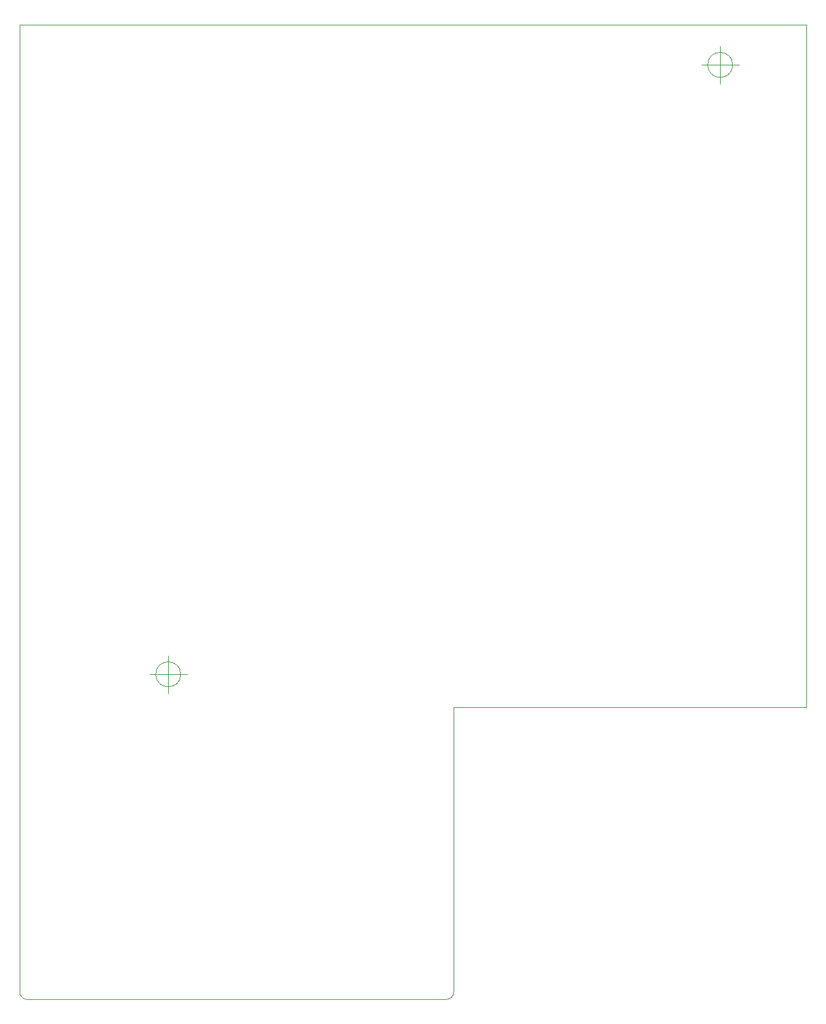
<source format=gbr>
G04 #@! TF.GenerationSoftware,KiCad,Pcbnew,(5.1.5)-3*
G04 #@! TF.CreationDate,2020-07-22T19:22:01-04:00*
G04 #@! TF.ProjectId,c64-cpm-true,6336342d-6370-46d2-9d74-7275652e6b69,B*
G04 #@! TF.SameCoordinates,Original*
G04 #@! TF.FileFunction,Profile,NP*
%FSLAX46Y46*%
G04 Gerber Fmt 4.6, Leading zero omitted, Abs format (unit mm)*
G04 Created by KiCad (PCBNEW (5.1.5)-3) date 2020-07-22 19:22:01*
%MOMM*%
%LPD*%
G04 APERTURE LIST*
%ADD10C,0.050000*%
%ADD11C,0.025400*%
G04 APERTURE END LIST*
D10*
X159146666Y-50800000D02*
G75*
G03X159146666Y-50800000I-1666666J0D01*
G01*
X154980000Y-50800000D02*
X159980000Y-50800000D01*
X157480000Y-48300000D02*
X157480000Y-53300000D01*
X85486666Y-132080000D02*
G75*
G03X85486666Y-132080000I-1666666J0D01*
G01*
X81320000Y-132080000D02*
X86320000Y-132080000D01*
X83820000Y-129580000D02*
X83820000Y-134580000D01*
D11*
X65024000Y-175450500D02*
X120904000Y-175450500D01*
X64008000Y-45434500D02*
X64008000Y-174434500D01*
X121920000Y-136434500D02*
X121920000Y-174434500D01*
X65024000Y-175450500D02*
G75*
G02X64008000Y-174434500I0J1016000D01*
G01*
X64008000Y-45434500D02*
X169008000Y-45434500D01*
X120904000Y-175450500D02*
G75*
G03X121920000Y-174434500I0J1016000D01*
G01*
X169008000Y-45434500D02*
X169008000Y-136434500D01*
X121920000Y-136434500D02*
X169008000Y-136434500D01*
M02*

</source>
